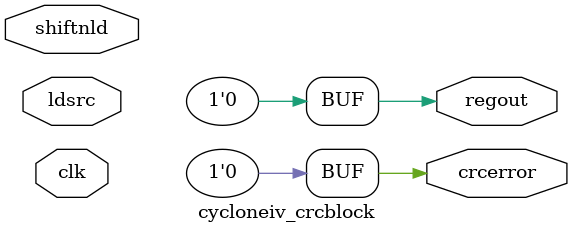
<source format=v>
module  cycloneiv_crcblock (
    clk,
    shiftnld,
    ldsrc,
    crcerror,
    regout);
input clk;
input shiftnld;
input ldsrc;
output crcerror;
output regout;
assign crcerror = 1'b0;
assign regout = 1'b0;
parameter oscillator_divider = 1;
parameter lpm_type = "cycloneiv_crcblock";
endmodule
</source>
